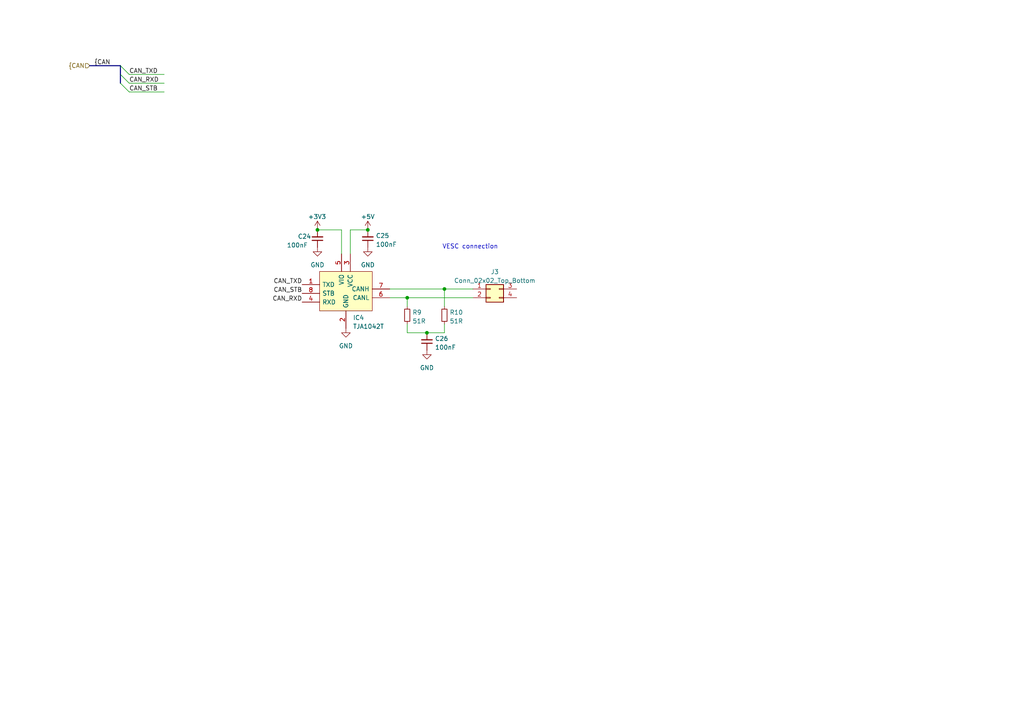
<source format=kicad_sch>
(kicad_sch (version 20211123) (generator eeschema)
  (paper "A4")
  (title_block (title "CAN bus interface") (date "2022-05-26") (rev "v0.1") (company "Coilchain"))
  (lib_symbols
    (symbol "Connector_Generic:Conn_02x02_Top_Bottom" (pin_names (offset 1.016) hide)
      (property "Reference" "J" (at 1.27 2.54 0))
      (property "Value" "Conn_02x02_Top_Bottom" (at 1.27 -5.08 0))
      (symbol "Conn_02x02_Top_Bottom_1_1"
        (rectangle (start -1.27 -2.413) (end 0 -2.667) (stroke (width 0.1524)))
        (rectangle (start -1.27 0.127) (end 0 -0.127) (stroke (width 0.1524)))
        (rectangle (start -1.27 1.27) (end 3.81 -3.81) (stroke (width 0.254)) (fill (type background)))
        (rectangle (start 3.81 -2.413) (end 2.54 -2.667) (stroke (width 0.1524)))
        (rectangle (start 3.81 0.127) (end 2.54 -0.127) (stroke (width 0.1524)))
        (pin passive line (at -5.08 0 0) (length 3.81) (name "Pin_1") (number "1"))
        (pin passive line (at -5.08 -2.54 0) (length 3.81) (name "Pin_2") (number "2"))
        (pin passive line (at 7.62 0 180) (length 3.81) (name "Pin_3") (number "3"))
        (pin passive line (at 7.62 -2.54 180) (length 3.81) (name "Pin_4") (number "4"))
      )
    )
    (symbol "Device:C_Small" (pin_numbers hide) (pin_names (offset 0.254) hide)
      (property "Reference" "C" (at 0.254 1.778 0))
      (property "Value" "C_Small" (at 0.254 -2.032 0))
      (symbol "C_Small_0_1"
        (polyline (pts (xy -1.524 -0.508) (xy 1.524 -0.508)) (stroke (width 0.3302)))
        (polyline (pts (xy -1.524 0.508) (xy 1.524 0.508)) (stroke (width 0.3048)))
      )
      (symbol "C_Small_1_1"
        (pin passive line (at 0 2.54 270) (length 2.032) (name "~") (number "1"))
        (pin passive line (at 0 -2.54 90) (length 2.032) (name "~") (number "2"))
      )
    )
    (symbol "Device:R_Small" (pin_numbers hide) (pin_names (offset 0.254) hide)
      (property "Reference" "R" (at 0.762 0.508 0))
      (property "Value" "R_Small" (at 0.762 -1.016 0))
      (symbol "R_Small_0_1"
        (rectangle (start -0.762 1.778) (end 0.762 -1.778) (stroke (width 0.2032)))
      )
      (symbol "R_Small_1_1"
        (pin passive line (at 0 2.54 270) (length 0.762) (name "~") (number "1"))
        (pin passive line (at 0 -2.54 90) (length 0.762) (name "~") (number "2"))
      )
    )
    (symbol "coilchain-com:TJA1042T" (pin_names (offset 0.762))
      (property "Reference" "IC?" (at 0 7.62 0))
      (property "Value" "TJA1042T" (at 0 5.08 0))
      (symbol "TJA1042T_0_0"
        (pin passive line (at 0 0 0) (length 5.08) (name "TXD") (number "1"))
        (pin passive line (at 12.7 -12.7 90) (length 5.08) (name "GND") (number "2"))
        (pin passive line (at 13.97 8.89 270) (length 5.08) (name "VCC") (number "3"))
        (pin passive line (at 0 -5.08 0) (length 5.08) (name "RXD") (number "4"))
        (pin passive line (at 11.43 8.89 270) (length 5.08) (name "VIO") (number "5"))
        (pin passive line (at 25.4 -3.81 180) (length 5.08) (name "CANL") (number "6"))
        (pin passive line (at 25.4 -1.27 180) (length 5.08) (name "CANH") (number "7"))
        (pin passive line (at 0 -2.54 0) (length 5.08) (name "STB") (number "8"))
      )
      (symbol "TJA1042T_0_1"
        (rectangle (start 5.08 3.81) (end 20.32 -7.62) (stroke (width 0.1524)) (fill (type background)))
      )
    )
    (symbol "power:+3.3V" (power) (pin_names (offset 0))
      (property "Value" "+3.3V" (at 0 3.556 0))
      (symbol "+3.3V_0_1"
        (polyline (pts (xy -0.762 1.27) (xy 0 2.54)))
        (polyline (pts (xy 0 0) (xy 0 2.54)))
        (polyline (pts (xy 0 2.54) (xy 0.762 1.27)))
      )
      (symbol "+3.3V_1_1"
        (pin power_in line (at 0 0 90) (length 0) hide (name "+3V3") (number "1"))
      )
    )
    (symbol "power:+5V" (power) (pin_names (offset 0))
      (property "Value" "+5V" (at 0 3.556 0))
      (symbol "+5V_0_1"
        (polyline (pts (xy -0.762 1.27) (xy 0 2.54)))
        (polyline (pts (xy 0 0) (xy 0 2.54)))
        (polyline (pts (xy 0 2.54) (xy 0.762 1.27)))
      )
      (symbol "+5V_1_1"
        (pin power_in line (at 0 0 90) (length 0) hide (name "+5V") (number "1"))
      )
    )
    (symbol "power:GND" (power) (pin_names (offset 0))
      (property "Value" "GND" (at 0 -3.81 0))
      (symbol "GND_0_1"
        (polyline (pts (xy 0 0) (xy 0 -1.27) (xy 1.27 -1.27) (xy 0 -2.54) (xy -1.27 -1.27) (xy 0 -1.27)))
      )
      (symbol "GND_1_1"
        (pin power_in line (at 0 0 270) (length 0) hide (name "GND") (number "1"))
      )
    )
  )
  (junction (at 128.905 83.82))
  (junction (at 106.68 66.675))
  (junction (at 92.075 66.675))
  (junction (at 118.11 86.36))
  (junction (at 123.825 96.52))
  (bus_entry (at 34.925 19.05) (size 2.54 2.54))
  (bus_entry (at 34.925 24.13) (size 2.54 2.54))
  (bus_entry (at 34.925 21.59) (size 2.54 2.54))
  (wire (pts (xy 37.465 26.67) (xy 47.625 26.67)))
  (wire (pts (xy 101.6 66.675) (xy 106.68 66.675)))
  (wire (pts (xy 128.905 83.82) (xy 128.905 88.9)))
  (wire (pts (xy 128.905 83.82) (xy 137.16 83.82)))
  (wire (pts (xy 99.06 66.675) (xy 92.075 66.675)))
  (bus (pts (xy 34.925 21.59) (xy 34.925 24.13)))
  (wire (pts (xy 123.825 96.52) (xy 118.11 96.52)))
  (wire (pts (xy 113.03 83.82) (xy 128.905 83.82)))
  (bus (pts (xy 34.925 19.05) (xy 34.925 21.59)))
  (wire (pts (xy 113.03 86.36) (xy 118.11 86.36)))
  (wire (pts (xy 128.905 93.98) (xy 128.905 96.52)))
  (wire (pts (xy 99.06 73.66) (xy 99.06 66.675)))
  (wire (pts (xy 37.465 21.59) (xy 47.625 21.59)))
  (wire (pts (xy 37.465 24.13) (xy 47.625 24.13)))
  (wire (pts (xy 118.11 96.52) (xy 118.11 93.98)))
  (wire (pts (xy 101.6 73.66) (xy 101.6 66.675)))
  (bus (pts (xy 26.035 19.05) (xy 34.925 19.05)))
  (wire (pts (xy 118.11 86.36) (xy 118.11 88.9)))
  (wire (pts (xy 128.905 96.52) (xy 123.825 96.52)))
  (wire (pts (xy 118.11 86.36) (xy 137.16 86.36)))
  (text "VESC connection" (at 128.27 72.39 0) (effects (font (size 1.27 1.27)) (justify left bottom)))
  (label "{CAN" (at 27.305 19.05 0))
  (label "CAN_STB" (at 87.63 85.09 180))
  (label "CAN_RXD" (at 37.465 24.13 0))
  (label "CAN_RXD" (at 87.63 87.63 180))
  (label "CAN_STB" (at 37.465 26.67 0))
  (label "CAN_TXD" (at 37.465 21.59 0))
  (label "CAN_TXD" (at 87.63 82.55 180))
  (hierarchical_label "{CAN" (shape input) (at 26.035 19.05 180))
  (symbol (lib_id "power:+5V") (at 106.68 66.675 0) (unit 1)
    (property "Reference" "#PWR0144" (effects hide))
    (property "Value" "+5V" (at 106.68 62.865 0))
  )
  (symbol (lib_id "Device:C_Small") (at 92.075 69.215 180) (unit 1)
    (property "Reference" "C24" (at 86.36 68.58 0) (effects (justify right)))
    (property "Value" "100nF" (at 83.185 71.1169 0) (effects (justify right)))
    (property "Footprint" "Capacitor_SMD:C_0402_1005Metric_Pad0.74x0.62mm_HandSolder" (effects hide))
  )
  (symbol (lib_id "coilchain-com:TJA1042T") (at 87.63 82.55 0) (unit 1)
    (property "Reference" "IC4" (at 102.3494 92.1496 0) (effects (justify left)))
    (property "Value" "TJA1042T" (at 102.3494 94.6865 0) (effects (justify left)))
    (property "Footprint" "Package_SO:SO-8_3.9x4.9mm_P1.27mm" (effects hide))
    (property "Datasheet" "http://www.nxp.com/docs/en/data-sheet/TJA1042.pdf" (effects hide))
    (property "Description" "High-speed CAN transceiver with Standby mode" (effects hide))
    (property "Height" "1.75" (effects hide))
    (property "Manufacturer_Name" "NXP" (effects hide))
    (property "Manufacturer_Part_Number" "TJA1042T/3,118" (effects hide))
    (property "Mouser Part Number" "771-TJA1042T3118" (effects hide))
    (property "Mouser Price/Stock" "https://www.mouser.co.uk/ProductDetail/NXP-Semiconductors/TJA1042T-3118?qs=O%2F7ihdSJpeZkVRiw7x%252BBEg%3D%3D" (effects hide))
    (property "Arrow Part Number" "TJA1042T/3,118" (effects hide))
    (property "Arrow Price/Stock" "https://www.arrow.com/en/products/tja1042t3118/nxp-semiconductors?region=nac" (effects hide))
  )
  (symbol (lib_id "Connector_Generic:Conn_02x02_Top_Bottom") (at 142.24 83.82 0) (unit 1)
    (property "Reference" "J3" (at 143.51 78.8502 0))
    (property "Value" "Conn_02x02_Top_Bottom" (at 143.51 81.3871 0))
  )
  (symbol (lib_id "power:GND") (at 100.33 95.25 0) (unit 1)
    (property "Reference" "#PWR0148" (effects hide))
    (property "Value" "GND" (at 100.33 100.33 0))
  )
  (symbol (lib_id "power:+3.3V") (at 92.075 66.675 0) (unit 1)
    (property "Reference" "#PWR0145" (effects hide))
    (property "Value" "+3.3V" (at 94.615 62.865 0) (effects (justify right)))
  )
  (symbol (lib_id "Device:R_Small") (at 118.11 91.44 0) (unit 1)
    (property "Reference" "R9" (at 119.6086 90.6053 0) (effects (justify left)))
    (property "Value" "51R" (at 119.6086 93.1422 0) (effects (justify left)))
    (property "Footprint" "Resistor_SMD:R_0402_1005Metric_Pad0.72x0.64mm_HandSolder" (effects hide))
  )
  (symbol (lib_id "power:GND") (at 92.075 71.755 0) (unit 1)
    (property "Reference" "#PWR0146" (effects hide))
    (property "Value" "GND" (at 92.075 76.835 0))
  )
  (symbol (lib_id "Device:R_Small") (at 128.905 91.44 0) (unit 1)
    (property "Reference" "R10" (at 130.4036 90.6053 0) (effects (justify left)))
    (property "Value" "51R" (at 130.4036 93.1422 0) (effects (justify left)))
    (property "Footprint" "Resistor_SMD:R_0402_1005Metric_Pad0.72x0.64mm_HandSolder" (effects hide))
  )
  (symbol (lib_id "power:GND") (at 106.68 71.755 0) (unit 1)
    (property "Reference" "#PWR0149" (effects hide))
    (property "Value" "GND" (at 106.68 76.835 0))
  )
  (symbol (lib_id "power:GND") (at 123.825 101.6 0) (unit 1)
    (property "Reference" "#PWR0147" (effects hide))
    (property "Value" "GND" (at 123.825 106.68 0))
  )
  (symbol (lib_id "Device:C_Small") (at 123.825 99.06 180) (unit 1)
    (property "Reference" "C26" (at 126.1491 98.2189 0) (effects (justify right)))
    (property "Value" "100nF" (at 126.1491 100.7558 0) (effects (justify right)))
    (property "Footprint" "Capacitor_SMD:C_0402_1005Metric_Pad0.74x0.62mm_HandSolder" (effects hide))
  )
  (symbol (lib_id "Device:C_Small") (at 106.68 69.215 180) (unit 1)
    (property "Reference" "C25" (at 109.0041 68.3739 0) (effects (justify right)))
    (property "Value" "100nF" (at 109.0041 70.9108 0) (effects (justify right)))
    (property "Footprint" "Capacitor_SMD:C_0402_1005Metric_Pad0.74x0.62mm_HandSolder" (effects hide))
  )
)
</source>
